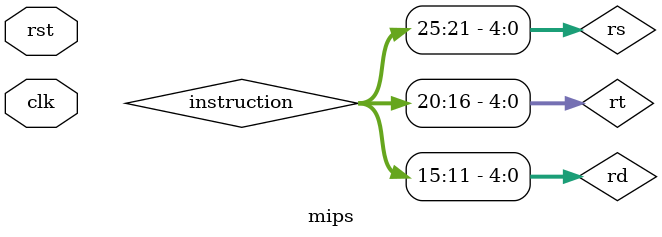
<source format=v>
module mips (
    clk,
    rst
);
    input clk, rst;
    //用wire类型实例化其他模块
    wire [31:0] instruction, zero_flag, busA, busB, imm32, ra_jal;
    wire [31:0] data_in, addr, dm_out, alu_out, mux_alu_out, mux_memToReg_out;
    wire regDst, aluSrc, memToReg, regWrite, memWrite, extOp, isJal;
    wire [1:0] nPC_sel, aluCtr;
    wire [4:0] rw, rs, rt, rd;

    assign rs = instruction[25:21];
    assign rt = instruction[20:16];
    assign rd = instruction[15:11];

    //实例化控制部分
    ctrl CTRL(.instruction(instruction), .regDst(regDst), .aluSrc(aluSrc), 
    .memToReg(memToReg), .regWrite(regWrite), .memWrite(memWrite),
    .nPC_sel(nPC_sel), .extOp(extOp), .aluCtr(aluCtr));

    //实例化ifu
    ifu IFU(.clk(clk), .rst(rst), .zero_flag(zero_flag), .nPC_sel(nPC_sel),
     .instruction(instruction), .ra_jal(ra_jal), .isJal(isJal));

    //实例化gpr
    gpr GPR(.rw(rw), .ra(rs), .rb(rt), .regWrite(regWrite), .clk(clk),
    .rst(rst), .busW(mux_memToReg_out), .busA(busA), .ra_jal(ra_jal),
    .busB(busB), .data_in(data_in), .isJal(isJal));

    //实例化alu
    alu ALU(.aluCtr(aluCtr), .busA(busA), .busB(mux_alu_out), 
    .zero_flag(zero_flag), .addr(addr), .alu_out(alu_out));

    //实例化ext
    ext EXT(.imm16(instruction[15:0]), .extOp(extOp), .imm32(imm32));

    //实例化dm
    dm DM(.data_in(data_in), .memWrite(memWrite), .addr(addr), .clk(clk),
    .rst(rst), .dm_out(dm_out));
    
    //实例化mux_aluSrc
    mux_aluSrc MUX_ALUSRC(.busB(busB), .imm32(imm32), .aluSrc(aluSrc),
    .mux_alu_out(mux_alu_out));

    //实例化mux_regDst
    mux_regDst MUX_REGDST(.rd(rd), .rt(rt), .regDst(regDst), .rw(rw));

    //实例化mux_memToReg
    mux_memToReg MUX_MEMTOREG(.alu_out(alu_out), .dm_out(dm_out), 
    .memToReg(memToReg), .mux_memToReg_out(mux_memToReg_out));

    


endmodule
</source>
